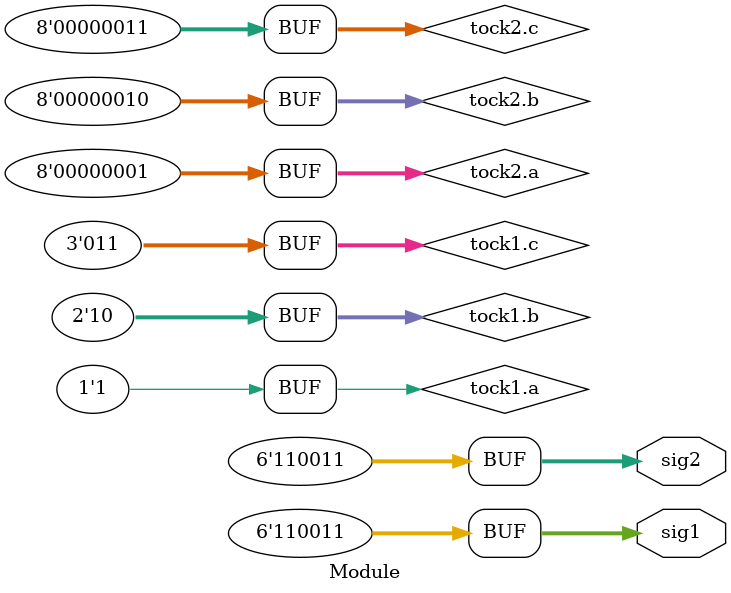
<source format=sv>
`include "metron/metron_tools.sv"


module Module (
  // output signals
  output logic[5:0] sig1,
  output logic[5:0] sig2
);
/*public:*/

  initial begin
    $write("Hello World?\n");
  end


  always_comb begin : tock1
    logic a;
    logic[1:0] b;
    logic[2:0] c;
    a = 1;
    b = 2;
    c = 3;

    sig1 = {a, b, c};
  end

  always_comb begin : tock2
    logic[7:0] a;
    logic[7:0] b;
    logic[7:0] c;
    a = 1;
    b = 2;
    c = 3;

    sig2 = {1'(a), 2'(b), 3'(c)};
  end
endmodule

</source>
